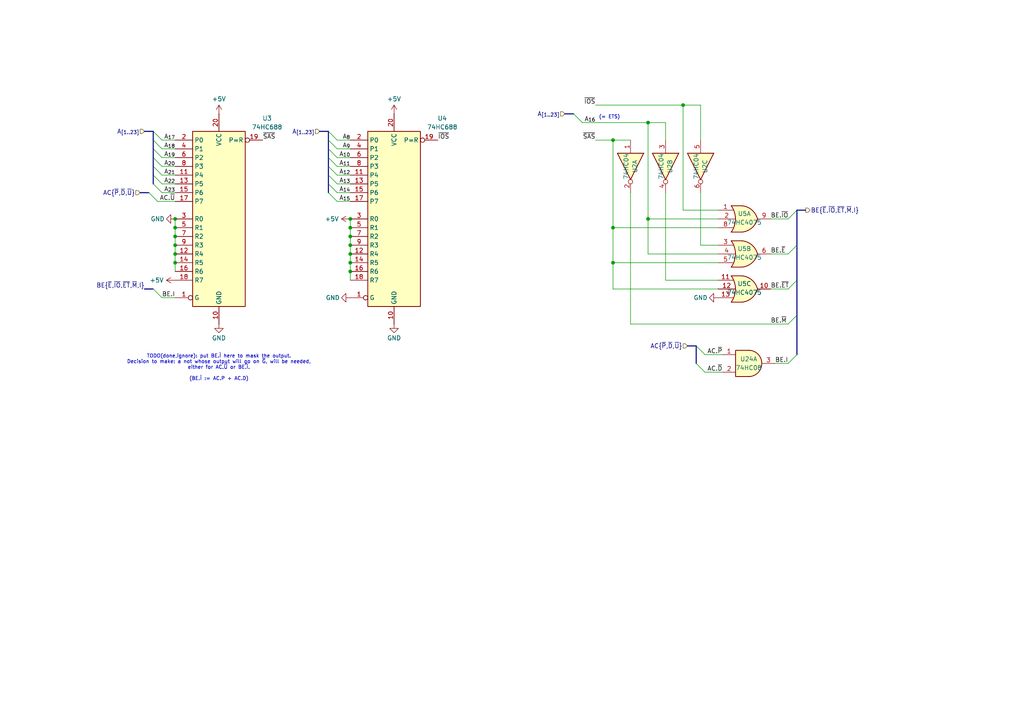
<source format=kicad_sch>
(kicad_sch (version 20250114) (generator "eeschema") (generator_version "9.0")
  (paper "A4")
  (lib_symbols
    (symbol "4xxx:4075" (pin_names (offset 1.016))
      (property "Reference" "U" (at 0 1.27 0))
      (property "Value" "4075" (at 0 -1.27 0))
      (symbol "4075_1_1"
        (arc (start -3.81 3.81) (mid -2.589 0) (end -3.81 -3.81) (stroke (width 0.254)))
        (polyline (pts (xy -3.81 3.81) (xy -0.635 3.81)) (stroke (width 0.254)) (fill (type background)))
        (polyline (pts (xy -3.81 -3.81) (xy -0.635 -3.81)) (stroke (width 0.254)) (fill (type background)))
        (arc (start 3.81 0) (mid 2.1855 -2.584) (end -0.6096 -3.81) (stroke (width 0.254)) (fill (type background)))
        (arc (start -0.6096 3.81) (mid 2.1928 2.5924) (end 3.81 0) (stroke (width 0.254)) (fill (type background)))
        (polyline (pts (xy -0.635 3.81) (xy -3.81 3.81) (xy -3.81 3.81) (xy -3.556 3.4036) (xy -3.0226 2.2606) (xy -2.6924 1.0414) (xy -2.6162 -0.254) (xy -2.7686 -1.4986) (xy -3.175 -2.7178) (xy -3.81 -3.81) (xy -3.81 -3.81) (xy -0.635 -3.81)) (stroke (width -25.4)) (fill (type background)))
        (pin input line (at -7.62 2.54 0) (length 4.318) (name "~") (number "1"))
        (pin input line (at -7.62 0 0) (length 4.953) (name "~") (number "2"))
        (pin input line (at -7.62 -2.54 0) (length 4.318) (name "~") (number "8"))
        (pin output line (at 7.62 0 180) (length 3.81) (name "~") (number "9"))
      )
      (symbol "4075_1_2"
        (arc (start 0 3.81) (mid 3.7934 0) (end 0 -3.81) (stroke (width 0.254)) (fill (type background)))
        (polyline (pts (xy 0 3.81) (xy -3.81 3.81) (xy -3.81 -3.81) (xy 0 -3.81)) (stroke (width 0.254)) (fill (type background)))
        (pin input inverted (at -7.62 2.54 0) (length 3.81) (name "~") (number "1"))
        (pin input inverted (at -7.62 0 0) (length 3.81) (name "~") (number "2"))
        (pin input inverted (at -7.62 -2.54 0) (length 3.81) (name "~") (number "8"))
        (pin output inverted (at 7.62 0 180) (length 3.81) (name "~") (number "9"))
      )
      (symbol "4075_2_1"
        (arc (start -3.81 3.81) (mid -2.589 0) (end -3.81 -3.81) (stroke (width 0.254)))
        (polyline (pts (xy -3.81 3.81) (xy -0.635 3.81)) (stroke (width 0.254)) (fill (type background)))
        (polyline (pts (xy -3.81 -3.81) (xy -0.635 -3.81)) (stroke (width 0.254)) (fill (type background)))
        (arc (start 3.81 0) (mid 2.1855 -2.584) (end -0.6096 -3.81) (stroke (width 0.254)) (fill (type background)))
        (arc (start -0.6096 3.81) (mid 2.1928 2.5924) (end 3.81 0) (stroke (width 0.254)) (fill (type background)))
        (polyline (pts (xy -0.635 3.81) (xy -3.81 3.81) (xy -3.81 3.81) (xy -3.556 3.4036) (xy -3.0226 2.2606) (xy -2.6924 1.0414) (xy -2.6162 -0.254) (xy -2.7686 -1.4986) (xy -3.175 -2.7178) (xy -3.81 -3.81) (xy -3.81 -3.81) (xy -0.635 -3.81)) (stroke (width -25.4)) (fill (type background)))
        (pin input line (at -7.62 2.54 0) (length 4.318) (name "~") (number "3"))
        (pin input line (at -7.62 0 0) (length 4.953) (name "~") (number "4"))
        (pin input line (at -7.62 -2.54 0) (length 4.318) (name "~") (number "5"))
        (pin output line (at 7.62 0 180) (length 3.81) (name "~") (number "6"))
      )
      (symbol "4075_2_2"
        (arc (start 0 3.81) (mid 3.7934 0) (end 0 -3.81) (stroke (width 0.254)) (fill (type background)))
        (polyline (pts (xy 0 3.81) (xy -3.81 3.81) (xy -3.81 -3.81) (xy 0 -3.81)) (stroke (width 0.254)) (fill (type background)))
        (pin input inverted (at -7.62 2.54 0) (length 3.81) (name "~") (number "3"))
        (pin input inverted (at -7.62 0 0) (length 3.81) (name "~") (number "4"))
        (pin input inverted (at -7.62 -2.54 0) (length 3.81) (name "~") (number "5"))
        (pin output inverted (at 7.62 0 180) (length 3.81) (name "~") (number "6"))
      )
      (symbol "4075_3_1"
        (arc (start -3.81 3.81) (mid -2.589 0) (end -3.81 -3.81) (stroke (width 0.254)))
        (polyline (pts (xy -3.81 3.81) (xy -0.635 3.81)) (stroke (width 0.254)) (fill (type background)))
        (polyline (pts (xy -3.81 -3.81) (xy -0.635 -3.81)) (stroke (width 0.254)) (fill (type background)))
        (arc (start 3.81 0) (mid 2.1855 -2.584) (end -0.6096 -3.81) (stroke (width 0.254)) (fill (type background)))
        (arc (start -0.6096 3.81) (mid 2.1928 2.5924) (end 3.81 0) (stroke (width 0.254)) (fill (type background)))
        (polyline (pts (xy -0.635 3.81) (xy -3.81 3.81) (xy -3.81 3.81) (xy -3.556 3.4036) (xy -3.0226 2.2606) (xy -2.6924 1.0414) (xy -2.6162 -0.254) (xy -2.7686 -1.4986) (xy -3.175 -2.7178) (xy -3.81 -3.81) (xy -3.81 -3.81) (xy -0.635 -3.81)) (stroke (width -25.4)) (fill (type background)))
        (pin input line (at -7.62 2.54 0) (length 4.318) (name "~") (number "11"))
        (pin input line (at -7.62 0 0) (length 4.953) (name "~") (number "12"))
        (pin input line (at -7.62 -2.54 0) (length 4.318) (name "~") (number "13"))
        (pin output line (at 7.62 0 180) (length 3.81) (name "~") (number "10"))
      )
      (symbol "4075_3_2"
        (arc (start 0 3.81) (mid 3.7934 0) (end 0 -3.81) (stroke (width 0.254)) (fill (type background)))
        (polyline (pts (xy 0 3.81) (xy -3.81 3.81) (xy -3.81 -3.81) (xy 0 -3.81)) (stroke (width 0.254)) (fill (type background)))
        (pin input inverted (at -7.62 2.54 0) (length 3.81) (name "~") (number "11"))
        (pin input inverted (at -7.62 0 0) (length 3.81) (name "~") (number "12"))
        (pin input inverted (at -7.62 -2.54 0) (length 3.81) (name "~") (number "13"))
        (pin output inverted (at 7.62 0 180) (length 3.81) (name "~") (number "10"))
      )
      (symbol "4075_4_0"
        (pin power_in line (at 0 12.7 270) (length 5.08) (name "VDD") (number "14"))
        (pin power_in line (at 0 -12.7 90) (length 5.08) (name "VSS") (number "7"))
      )
      (symbol "4075_4_1"
        (rectangle (start -5.08 7.62) (end 5.08 -7.62) (stroke (width 0.254)) (fill (type background)))
      )
    )
    (symbol "74xx:74HC688"
      (property "Reference" "U" (at -7.62 26.67 0))
      (property "Value" "74HC688" (at -7.62 -26.67 0))
      (symbol "74HC688_1_0"
        (pin input line (at -12.7 22.86 0) (length 5.08) (name "P0") (number "2"))
        (pin input line (at -12.7 20.32 0) (length 5.08) (name "P1") (number "4"))
        (pin input line (at -12.7 17.78 0) (length 5.08) (name "P2") (number "6"))
        (pin input line (at -12.7 15.24 0) (length 5.08) (name "P3") (number "8"))
        (pin input line (at -12.7 12.7 0) (length 5.08) (name "P4") (number "11"))
        (pin input line (at -12.7 10.16 0) (length 5.08) (name "P5") (number "13"))
        (pin input line (at -12.7 7.62 0) (length 5.08) (name "P6") (number "15"))
        (pin input line (at -12.7 5.08 0) (length 5.08) (name "P7") (number "17"))
        (pin input line (at -12.7 0 0) (length 5.08) (name "R0") (number "3"))
        (pin input line (at -12.7 -2.54 0) (length 5.08) (name "R1") (number "5"))
        (pin input line (at -12.7 -5.08 0) (length 5.08) (name "R2") (number "7"))
        (pin input line (at -12.7 -7.62 0) (length 5.08) (name "R3") (number "9"))
        (pin input line (at -12.7 -10.16 0) (length 5.08) (name "R4") (number "12"))
        (pin input line (at -12.7 -12.7 0) (length 5.08) (name "R5") (number "14"))
        (pin input line (at -12.7 -15.24 0) (length 5.08) (name "R6") (number "16"))
        (pin input line (at -12.7 -17.78 0) (length 5.08) (name "R7") (number "18"))
        (pin input inverted (at -12.7 -22.86 0) (length 5.08) (name "G") (number "1"))
        (pin power_in line (at 0 30.48 270) (length 5.08) (name "VCC") (number "20"))
        (pin power_in line (at 0 -30.48 90) (length 5.08) (name "GND") (number "10"))
        (pin output inverted (at 12.7 22.86 180) (length 5.08) (name "P=R") (number "19"))
      )
      (symbol "74HC688_1_1"
        (rectangle (start -7.62 25.4) (end 7.62 -25.4) (stroke (width 0.254)) (fill (type background)))
      )
    )
    (symbol "74xx:74LS04"
      (property "Reference" "U" (at 0 1.27 0))
      (property "Value" "74LS04" (at 0 -1.27 0))
      (symbol "74LS04_1_0"
        (polyline (pts (xy -3.81 3.81) (xy -3.81 -3.81) (xy 3.81 0) (xy -3.81 3.81)) (stroke (width 0.254)) (fill (type background)))
        (pin input line (at -7.62 0 0) (length 3.81) (name "~") (number "1"))
        (pin output inverted (at 7.62 0 180) (length 3.81) (name "~") (number "2"))
      )
      (symbol "74LS04_2_0"
        (polyline (pts (xy -3.81 3.81) (xy -3.81 -3.81) (xy 3.81 0) (xy -3.81 3.81)) (stroke (width 0.254)) (fill (type background)))
        (pin input line (at -7.62 0 0) (length 3.81) (name "~") (number "3"))
        (pin output inverted (at 7.62 0 180) (length 3.81) (name "~") (number "4"))
      )
      (symbol "74LS04_3_0"
        (polyline (pts (xy -3.81 3.81) (xy -3.81 -3.81) (xy 3.81 0) (xy -3.81 3.81)) (stroke (width 0.254)) (fill (type background)))
        (pin input line (at -7.62 0 0) (length 3.81) (name "~") (number "5"))
        (pin output inverted (at 7.62 0 180) (length 3.81) (name "~") (number "6"))
      )
      (symbol "74LS04_4_0"
        (polyline (pts (xy -3.81 3.81) (xy -3.81 -3.81) (xy 3.81 0) (xy -3.81 3.81)) (stroke (width 0.254)) (fill (type background)))
        (pin input line (at -7.62 0 0) (length 3.81) (name "~") (number "9"))
        (pin output inverted (at 7.62 0 180) (length 3.81) (name "~") (number "8"))
      )
      (symbol "74LS04_5_0"
        (polyline (pts (xy -3.81 3.81) (xy -3.81 -3.81) (xy 3.81 0) (xy -3.81 3.81)) (stroke (width 0.254)) (fill (type background)))
        (pin input line (at -7.62 0 0) (length 3.81) (name "~") (number "11"))
        (pin output inverted (at 7.62 0 180) (length 3.81) (name "~") (number "10"))
      )
      (symbol "74LS04_6_0"
        (polyline (pts (xy -3.81 3.81) (xy -3.81 -3.81) (xy 3.81 0) (xy -3.81 3.81)) (stroke (width 0.254)) (fill (type background)))
        (pin input line (at -7.62 0 0) (length 3.81) (name "~") (number "13"))
        (pin output inverted (at 7.62 0 180) (length 3.81) (name "~") (number "12"))
      )
      (symbol "74LS04_7_0"
        (pin power_in line (at 0 12.7 270) (length 5.08) (name "VCC") (number "14"))
        (pin power_in line (at 0 -12.7 90) (length 5.08) (name "GND") (number "7"))
      )
      (symbol "74LS04_7_1"
        (rectangle (start -5.08 7.62) (end 5.08 -7.62) (stroke (width 0.254)) (fill (type background)))
      )
    )
    (symbol "74xx:74LS08" (pin_names (offset 1.016))
      (property "Reference" "U" (at 0 1.27 0))
      (property "Value" "74LS08" (at 0 -1.27 0))
      (symbol "74LS08_1_1"
        (arc (start 0 3.81) (mid 3.7934 0) (end 0 -3.81) (stroke (width 0.254)) (fill (type background)))
        (polyline (pts (xy 0 3.81) (xy -3.81 3.81) (xy -3.81 -3.81) (xy 0 -3.81)) (stroke (width 0.254)) (fill (type background)))
        (pin input line (at -7.62 2.54 0) (length 3.81) (name "~") (number "1"))
        (pin input line (at -7.62 -2.54 0) (length 3.81) (name "~") (number "2"))
        (pin output line (at 7.62 0 180) (length 3.81) (name "~") (number "3"))
      )
      (symbol "74LS08_1_2"
        (arc (start -3.81 3.81) (mid -2.589 0) (end -3.81 -3.81) (stroke (width 0.254)))
        (polyline (pts (xy -3.81 3.81) (xy -0.635 3.81)) (stroke (width 0.254)) (fill (type background)))
        (polyline (pts (xy -3.81 -3.81) (xy -0.635 -3.81)) (stroke (width 0.254)) (fill (type background)))
        (arc (start 3.81 0) (mid 2.1855 -2.584) (end -0.6096 -3.81) (stroke (width 0.254)) (fill (type background)))
        (arc (start -0.6096 3.81) (mid 2.1928 2.5924) (end 3.81 0) (stroke (width 0.254)) (fill (type background)))
        (polyline (pts (xy -0.635 3.81) (xy -3.81 3.81) (xy -3.81 3.81) (xy -3.556 3.4036) (xy -3.0226 2.2606) (xy -2.6924 1.0414) (xy -2.6162 -0.254) (xy -2.7686 -1.4986) (xy -3.175 -2.7178) (xy -3.81 -3.81) (xy -3.81 -3.81) (xy -0.635 -3.81)) (stroke (width -25.4)) (fill (type background)))
        (pin input inverted (at -7.62 2.54 0) (length 4.318) (name "~") (number "1"))
        (pin input inverted (at -7.62 -2.54 0) (length 4.318) (name "~") (number "2"))
        (pin output inverted (at 7.62 0 180) (length 3.81) (name "~") (number "3"))
      )
      (symbol "74LS08_2_1"
        (arc (start 0 3.81) (mid 3.7934 0) (end 0 -3.81) (stroke (width 0.254)) (fill (type background)))
        (polyline (pts (xy 0 3.81) (xy -3.81 3.81) (xy -3.81 -3.81) (xy 0 -3.81)) (stroke (width 0.254)) (fill (type background)))
        (pin input line (at -7.62 2.54 0) (length 3.81) (name "~") (number "4"))
        (pin input line (at -7.62 -2.54 0) (length 3.81) (name "~") (number "5"))
        (pin output line (at 7.62 0 180) (length 3.81) (name "~") (number "6"))
      )
      (symbol "74LS08_2_2"
        (arc (start -3.81 3.81) (mid -2.589 0) (end -3.81 -3.81) (stroke (width 0.254)))
        (polyline (pts (xy -3.81 3.81) (xy -0.635 3.81)) (stroke (width 0.254)) (fill (type background)))
        (polyline (pts (xy -3.81 -3.81) (xy -0.635 -3.81)) (stroke (width 0.254)) (fill (type background)))
        (arc (start 3.81 0) (mid 2.1855 -2.584) (end -0.6096 -3.81) (stroke (width 0.254)) (fill (type background)))
        (arc (start -0.6096 3.81) (mid 2.1928 2.5924) (end 3.81 0) (stroke (width 0.254)) (fill (type background)))
        (polyline (pts (xy -0.635 3.81) (xy -3.81 3.81) (xy -3.81 3.81) (xy -3.556 3.4036) (xy -3.0226 2.2606) (xy -2.6924 1.0414) (xy -2.6162 -0.254) (xy -2.7686 -1.4986) (xy -3.175 -2.7178) (xy -3.81 -3.81) (xy -3.81 -3.81) (xy -0.635 -3.81)) (stroke (width -25.4)) (fill (type background)))
        (pin input inverted (at -7.62 2.54 0) (length 4.318) (name "~") (number "4"))
        (pin input inverted (at -7.62 -2.54 0) (length 4.318) (name "~") (number "5"))
        (pin output inverted (at 7.62 0 180) (length 3.81) (name "~") (number "6"))
      )
      (symbol "74LS08_3_1"
        (arc (start 0 3.81) (mid 3.7934 0) (end 0 -3.81) (stroke (width 0.254)) (fill (type background)))
        (polyline (pts (xy 0 3.81) (xy -3.81 3.81) (xy -3.81 -3.81) (xy 0 -3.81)) (stroke (width 0.254)) (fill (type background)))
        (pin input line (at -7.62 2.54 0) (length 3.81) (name "~") (number "9"))
        (pin input line (at -7.62 -2.54 0) (length 3.81) (name "~") (number "10"))
        (pin output line (at 7.62 0 180) (length 3.81) (name "~") (number "8"))
      )
      (symbol "74LS08_3_2"
        (arc (start -3.81 3.81) (mid -2.589 0) (end -3.81 -3.81) (stroke (width 0.254)))
        (polyline (pts (xy -3.81 3.81) (xy -0.635 3.81)) (stroke (width 0.254)) (fill (type background)))
        (polyline (pts (xy -3.81 -3.81) (xy -0.635 -3.81)) (stroke (width 0.254)) (fill (type background)))
        (arc (start 3.81 0) (mid 2.1855 -2.584) (end -0.6096 -3.81) (stroke (width 0.254)) (fill (type background)))
        (arc (start -0.6096 3.81) (mid 2.1928 2.5924) (end 3.81 0) (stroke (width 0.254)) (fill (type background)))
        (polyline (pts (xy -0.635 3.81) (xy -3.81 3.81) (xy -3.81 3.81) (xy -3.556 3.4036) (xy -3.0226 2.2606) (xy -2.6924 1.0414) (xy -2.6162 -0.254) (xy -2.7686 -1.4986) (xy -3.175 -2.7178) (xy -3.81 -3.81) (xy -3.81 -3.81) (xy -0.635 -3.81)) (stroke (width -25.4)) (fill (type background)))
        (pin input inverted (at -7.62 2.54 0) (length 4.318) (name "~") (number "9"))
        (pin input inverted (at -7.62 -2.54 0) (length 4.318) (name "~") (number "10"))
        (pin output inverted (at 7.62 0 180) (length 3.81) (name "~") (number "8"))
      )
      (symbol "74LS08_4_1"
        (arc (start 0 3.81) (mid 3.7934 0) (end 0 -3.81) (stroke (width 0.254)) (fill (type background)))
        (polyline (pts (xy 0 3.81) (xy -3.81 3.81) (xy -3.81 -3.81) (xy 0 -3.81)) (stroke (width 0.254)) (fill (type background)))
        (pin input line (at -7.62 2.54 0) (length 3.81) (name "~") (number "12"))
        (pin input line (at -7.62 -2.54 0) (length 3.81) (name "~") (number "13"))
        (pin output line (at 7.62 0 180) (length 3.81) (name "~") (number "11"))
      )
      (symbol "74LS08_4_2"
        (arc (start -3.81 3.81) (mid -2.589 0) (end -3.81 -3.81) (stroke (width 0.254)))
        (polyline (pts (xy -3.81 3.81) (xy -0.635 3.81)) (stroke (width 0.254)) (fill (type background)))
        (polyline (pts (xy -3.81 -3.81) (xy -0.635 -3.81)) (stroke (width 0.254)) (fill (type background)))
        (arc (start 3.81 0) (mid 2.1855 -2.584) (end -0.6096 -3.81) (stroke (width 0.254)) (fill (type background)))
        (arc (start -0.6096 3.81) (mid 2.1928 2.5924) (end 3.81 0) (stroke (width 0.254)) (fill (type background)))
        (polyline (pts (xy -0.635 3.81) (xy -3.81 3.81) (xy -3.81 3.81) (xy -3.556 3.4036) (xy -3.0226 2.2606) (xy -2.6924 1.0414) (xy -2.6162 -0.254) (xy -2.7686 -1.4986) (xy -3.175 -2.7178) (xy -3.81 -3.81) (xy -3.81 -3.81) (xy -0.635 -3.81)) (stroke (width -25.4)) (fill (type background)))
        (pin input inverted (at -7.62 2.54 0) (length 4.318) (name "~") (number "12"))
        (pin input inverted (at -7.62 -2.54 0) (length 4.318) (name "~") (number "13"))
        (pin output inverted (at 7.62 0 180) (length 3.81) (name "~") (number "11"))
      )
      (symbol "74LS08_5_0"
        (pin power_in line (at 0 12.7 270) (length 5.08) (name "VCC") (number "14"))
        (pin power_in line (at 0 -12.7 90) (length 5.08) (name "GND") (number "7"))
      )
      (symbol "74LS08_5_1"
        (rectangle (start -5.08 7.62) (end 5.08 -7.62) (stroke (width 0.254)) (fill (type background)))
      )
    )
    (symbol "power:+9V" (power) (pin_numbers (hide yes)) (pin_names (offset 0) (hide yes))
      (property "Value" "+9V" (at 0 3.556 0))
      (symbol "+9V_0_1"
        (polyline (pts (xy -0.762 1.27) (xy 0 2.54)))
        (polyline (pts (xy 0 2.54) (xy 0.762 1.27)))
        (polyline (pts (xy 0 0) (xy 0 2.54)))
      )
      (symbol "+9V_1_1"
        (pin power_in line (at 0 0 90) (length 0) (name "~") (number "1"))
      )
    )
    (symbol "power:GND" (power) (pin_numbers (hide yes)) (pin_names (offset 0) (hide yes))
      (property "Value" "GND" (at 0 -3.81 0))
      (symbol "GND_0_1"
        (polyline (pts (xy 0 0) (xy 0 -1.27) (xy 1.27 -1.27) (xy 0 -2.54) (xy -1.27 -1.27) (xy 0 -1.27)))
      )
      (symbol "GND_1_1"
        (pin power_in line (at 0 0 270) (length 0) (name "~") (number "1"))
      )
    )
  )
  (text "(= ETS)" (at 176.784 34.036 0) (effects (font (size 1.016 1.016))))
  (text "TODO(done,ignore): put BE.~{I} here to mask the output.\nDecision to make: a not whose output will go on ~{G}, will be needed,\neither for AC.~{U} or BE.~{I}.\n\n(BE.~{I} := AC.P + AC.D)" (at 63.5 106.68 0) (effects (font (size 1.016 1.016))))
  (junction (at 177.8 76.2))
  (junction (at 187.96 63.5))
  (junction (at 50.8 71.12))
  (junction (at 50.8 66.04))
  (junction (at 50.8 63.5))
  (junction (at 50.8 73.66))
  (junction (at 101.6 63.5))
  (junction (at 101.6 66.04))
  (junction (at 101.6 68.58))
  (junction (at 101.6 76.2))
  (junction (at 101.6 71.12))
  (junction (at 177.8 40.64))
  (junction (at 177.8 66.04))
  (junction (at 198.12 30.48))
  (junction (at 101.6 78.74))
  (junction (at 101.6 73.66))
  (junction (at 187.96 35.56))
  (junction (at 50.8 68.58))
  (junction (at 50.8 76.2))
  (no_connect (at 337.82 25.4))
  (bus_entry (at 228.6 73.66) (size 2.54 -2.54))
  (bus_entry (at 46.99 45.72) (size -2.54 -2.54))
  (bus_entry (at 46.99 43.18) (size -2.54 -2.54))
  (bus_entry (at 97.79 48.26) (size -2.54 -2.54))
  (bus_entry (at 228.6 83.82) (size 2.54 -2.54))
  (bus_entry (at 97.79 58.42) (size -2.54 -2.54))
  (bus_entry (at 201.93 105.41) (size 2.54 2.54))
  (bus_entry (at 97.79 45.72) (size -2.54 -2.54))
  (bus_entry (at 46.99 40.64) (size -2.54 -2.54))
  (bus_entry (at 46.99 55.88) (size -2.54 -2.54))
  (bus_entry (at 46.99 50.8) (size -2.54 -2.54))
  (bus_entry (at 168.91 35.56) (size -2.54 -2.54))
  (bus_entry (at 97.79 53.34) (size -2.54 -2.54))
  (bus_entry (at 46.99 48.26) (size -2.54 -2.54))
  (bus_entry (at 46.99 53.34) (size -2.54 -2.54))
  (bus_entry (at 46.99 86.36) (size -2.54 -2.54))
  (bus_entry (at 97.79 50.8) (size -2.54 -2.54))
  (bus_entry (at 201.93 100.33) (size 2.54 2.54))
  (bus_entry (at 228.6 105.41) (size 2.54 -2.54))
  (bus_entry (at 97.79 55.88) (size -2.54 -2.54))
  (bus_entry (at 228.6 63.5) (size 2.54 -2.54))
  (bus_entry (at 228.6 93.98) (size 2.54 -2.54))
  (bus_entry (at 97.79 43.18) (size -2.54 -2.54))
  (bus_entry (at 43.18 55.88) (size 2.54 2.54))
  (bus_entry (at 97.79 40.64) (size -2.54 -2.54))
  (wire (pts (xy 50.8 73.66) (xy 50.8 76.2)))
  (wire (pts (xy 101.6 73.66) (xy 101.6 76.2)))
  (wire (pts (xy 224.79 105.41) (xy 228.6 105.41)))
  (bus (pts (xy 40.64 55.88) (xy 43.18 55.88)))
  (wire (pts (xy 172.72 40.64) (xy 177.8 40.64)))
  (bus (pts (xy 44.45 43.18) (xy 44.45 40.64)))
  (wire (pts (xy 193.04 81.28) (xy 208.28 81.28)))
  (wire (pts (xy 101.6 68.58) (xy 101.6 71.12)))
  (wire (pts (xy 50.8 53.34) (xy 46.99 53.34)))
  (wire (pts (xy 50.8 50.8) (xy 46.99 50.8)))
  (wire (pts (xy 101.6 76.2) (xy 101.6 78.74)))
  (wire (pts (xy 203.2 71.12) (xy 208.28 71.12)))
  (bus (pts (xy 44.45 45.72) (xy 44.45 48.26)))
  (bus (pts (xy 44.45 48.26) (xy 44.45 50.8)))
  (wire (pts (xy 177.8 66.04) (xy 208.28 66.04)))
  (wire (pts (xy 187.96 73.66) (xy 208.28 73.66)))
  (wire (pts (xy 182.88 93.98) (xy 228.6 93.98)))
  (wire (pts (xy 50.8 55.88) (xy 46.99 55.88)))
  (wire (pts (xy 50.8 71.12) (xy 50.8 73.66)))
  (bus (pts (xy 231.14 60.96) (xy 231.14 71.12)))
  (wire (pts (xy 223.52 63.5) (xy 228.6 63.5)))
  (wire (pts (xy 101.6 58.42) (xy 97.79 58.42)))
  (wire (pts (xy 177.8 76.2) (xy 208.28 76.2)))
  (bus (pts (xy 231.14 81.28) (xy 231.14 91.44)))
  (wire (pts (xy 182.88 55.88) (xy 182.88 93.98)))
  (wire (pts (xy 177.8 40.64) (xy 177.8 66.04)))
  (wire (pts (xy 204.47 102.87) (xy 209.55 102.87)))
  (wire (pts (xy 50.8 45.72) (xy 46.99 45.72)))
  (bus (pts (xy 95.25 45.72) (xy 95.25 43.18)))
  (wire (pts (xy 50.8 68.58) (xy 50.8 71.12)))
  (wire (pts (xy 101.6 63.5) (xy 101.6 66.04)))
  (wire (pts (xy 198.12 60.96) (xy 208.28 60.96)))
  (wire (pts (xy 101.6 48.26) (xy 97.79 48.26)))
  (wire (pts (xy 101.6 40.64) (xy 97.79 40.64)))
  (bus (pts (xy 44.45 50.8) (xy 44.45 53.34)))
  (bus (pts (xy 95.25 53.34) (xy 95.25 50.8)))
  (bus (pts (xy 95.25 43.18) (xy 95.25 40.64)))
  (wire (pts (xy 223.52 73.66) (xy 228.6 73.66)))
  (bus (pts (xy 95.25 48.26) (xy 95.25 45.72)))
  (wire (pts (xy 50.8 48.26) (xy 46.99 48.26)))
  (bus (pts (xy 41.91 38.1) (xy 44.45 38.1)))
  (wire (pts (xy 101.6 78.74) (xy 101.6 81.28)))
  (wire (pts (xy 223.52 83.82) (xy 228.6 83.82)))
  (wire (pts (xy 168.91 35.56) (xy 187.96 35.56)))
  (wire (pts (xy 101.6 50.8) (xy 97.79 50.8)))
  (wire (pts (xy 50.8 40.64) (xy 46.99 40.64)))
  (wire (pts (xy 101.6 43.18) (xy 97.79 43.18)))
  (bus (pts (xy 231.14 91.44) (xy 231.14 102.87)))
  (wire (pts (xy 50.8 43.18) (xy 46.99 43.18)))
  (wire (pts (xy 177.8 40.64) (xy 182.88 40.64)))
  (wire (pts (xy 193.04 35.56) (xy 193.04 40.64)))
  (wire (pts (xy 177.8 76.2) (xy 177.8 83.82)))
  (wire (pts (xy 101.6 55.88) (xy 97.79 55.88)))
  (bus (pts (xy 199.39 100.33) (xy 201.93 100.33)))
  (bus (pts (xy 201.93 100.33) (xy 201.93 105.41)))
  (wire (pts (xy 203.2 30.48) (xy 203.2 40.64)))
  (wire (pts (xy 101.6 53.34) (xy 97.79 53.34)))
  (bus (pts (xy 95.25 50.8) (xy 95.25 48.26)))
  (bus (pts (xy 95.25 55.88) (xy 95.25 53.34)))
  (wire (pts (xy 187.96 63.5) (xy 208.28 63.5)))
  (bus (pts (xy 44.45 40.64) (xy 44.45 38.1)))
  (bus (pts (xy 92.71 38.1) (xy 95.25 38.1)))
  (wire (pts (xy 198.12 30.48) (xy 198.12 60.96)))
  (wire (pts (xy 204.47 107.95) (xy 209.55 107.95)))
  (wire (pts (xy 187.96 35.56) (xy 187.96 63.5)))
  (wire (pts (xy 50.8 63.5) (xy 50.8 66.04)))
  (wire (pts (xy 50.8 76.2) (xy 50.8 78.74)))
  (wire (pts (xy 203.2 55.88) (xy 203.2 71.12)))
  (wire (pts (xy 101.6 71.12) (xy 101.6 73.66)))
  (bus (pts (xy 231.14 71.12) (xy 231.14 81.28)))
  (wire (pts (xy 101.6 66.04) (xy 101.6 68.58)))
  (wire (pts (xy 172.72 30.48) (xy 198.12 30.48)))
  (wire (pts (xy 45.72 58.42) (xy 50.8 58.42)))
  (bus (pts (xy 163.83 33.02) (xy 166.37 33.02)))
  (bus (pts (xy 233.68 60.96) (xy 231.14 60.96)))
  (wire (pts (xy 50.8 86.36) (xy 46.99 86.36)))
  (wire (pts (xy 177.8 66.04) (xy 177.8 76.2)))
  (wire (pts (xy 193.04 55.88) (xy 193.04 81.28)))
  (wire (pts (xy 177.8 83.82) (xy 208.28 83.82)))
  (bus (pts (xy 95.25 40.64) (xy 95.25 38.1)))
  (wire (pts (xy 187.96 63.5) (xy 187.96 73.66)))
  (bus (pts (xy 41.91 83.82) (xy 44.45 83.82)))
  (wire (pts (xy 198.12 30.48) (xy 203.2 30.48)))
  (bus (pts (xy 44.45 43.18) (xy 44.45 45.72)))
  (wire (pts (xy 187.96 35.56) (xy 193.04 35.56)))
  (wire (pts (xy 50.8 66.04) (xy 50.8 68.58)))
  (wire (pts (xy 101.6 45.72) (xy 97.79 45.72)))
  (label "BE.~{E}" (at 223.52 73.66 0))
  (label "BE.~{ET}" (at 223.52 83.82 0))
  (label "BE{~{E},~{IO},~{ET},~{M},I}" (at 41.91 83.82 180))
  (label "A_{14}" (at 101.6 55.88 180))
  (label "A_{17}" (at 50.8 40.64 180))
  (label "AC.~{U}" (at 50.8 58.42 180))
  (label "A_{20}" (at 50.8 48.26 180))
  (label "BE.~{M}" (at 223.52 93.98 0))
  (label "A_{15}" (at 101.6 58.42 180))
  (label "A_{16}" (at 172.72 35.56 180))
  (label "A_{8}" (at 101.6 40.64 180))
  (label "BE.~{IO}" (at 223.52 63.5 0))
  (label "A_{10}" (at 101.6 45.72 180))
  (label "A_{23}" (at 50.8 55.88 180))
  (label "A_{19}" (at 50.8 45.72 180))
  (label "~{SAS}" (at 76.2 40.64 0))
  (label "BE.I" (at 50.8 86.36 180))
  (label "~{IOS}" (at 172.72 30.48 180))
  (label "~{SAS}" (at 172.72 40.64 180))
  (label "BE.I" (at 224.79 105.41 0))
  (label "A_{11}" (at 101.6 48.26 180))
  (label "A_{22}" (at 50.8 53.34 180))
  (label "A_{9}" (at 101.6 43.18 180))
  (label "AC.~{D}" (at 209.55 107.95 180))
  (label "A_{13}" (at 101.6 53.34 180))
  (label "A_{21}" (at 50.8 50.8 180))
  (label "A_{18}" (at 50.8 43.18 180))
  (label "A_{12}" (at 101.6 50.8 180))
  (label "~{IOS}" (at 127 40.64 0))
  (label "AC.~{P}" (at 209.55 102.87 180))
  (hierarchical_label "BE{~{E},~{IO},~{ET},~{M},I}" (shape output) (at 233.68 60.96 0))
  (hierarchical_label "A_{[1..23]}" (shape input) (at 163.83 33.02 180))
  (hierarchical_label "AC{~{P},~{D},~{U}}" (shape input) (at 40.64 55.88 180))
  (hierarchical_label "A_{[1..23]}" (shape input) (at 92.71 38.1 180))
  (hierarchical_label "AC{~{P},~{D},~{U}}" (shape input) (at 199.39 100.33 180))
  (hierarchical_label "A_{[1..23]}" (shape input) (at 41.91 38.1 180))
  (symbol (lib_id "power:GND") (at 342.9 0 90) (mirror x) (unit 1)
    (property "Reference" "#PWR066" (effects (hide yes)))
    (property "Value" "GND" (at 345.948 0 90) (effects (justify right)))
    (property "Description" "Power symbol creates a global label with name \"GND\" , ground" (effects (hide yes)))
  )
  (symbol (lib_id "74xx:74LS04") (at 193.04 48.26 270) (unit 2)
    (property "Reference" "U2" (at 194.31 48.26 0))
    (property "Value" "74HC04" (at 191.77 48.26 0))
    (property "Footprint" "Package_DIP:DIP-14_W7.62mm_Socket" (effects (hide yes)))
    (property "Datasheet" "http://www.ti.com/lit/gpn/sn74LS04" (effects (hide yes)))
    (property "Description" "Hex Inverter" (effects (hide yes)))
  )
  (symbol (lib_id "74xx:74LS04") (at 203.2 48.26 270) (unit 3)
    (property "Reference" "U2" (at 204.47 48.26 0))
    (property "Value" "74HC04" (at 201.93 48.26 0))
    (property "Footprint" "Package_DIP:DIP-14_W7.62mm_Socket" (effects (hide yes)))
    (property "Datasheet" "http://www.ti.com/lit/gpn/sn74LS04" (effects (hide yes)))
    (property "Description" "Hex Inverter" (effects (hide yes)))
  )
  (symbol (lib_id "power:GND") (at 208.28 86.36 270) (unit 1)
    (property "Reference" "#PWR022" (effects (hide yes)))
    (property "Value" "GND" (at 205.232 86.36 90) (effects (justify right)))
    (property "Description" "Power symbol creates a global label with name \"GND\" , ground" (effects (hide yes)))
  )
  (symbol (lib_id "power:+9V") (at 317.5 0 90) (mirror x) (unit 1)
    (property "Reference" "#PWR064" (effects (hide yes)))
    (property "Value" "+5V" (at 314.198 0 90) (effects (justify left)))
    (property "Description" "Power symbol creates a global label with name \"+9V\"" (effects (hide yes)))
  )
  (symbol (lib_id "power:GND") (at 50.8 63.5 270) (unit 1)
    (property "Reference" "#PWR018" (effects (hide yes)))
    (property "Value" "GND" (at 47.752 63.5 90) (effects (justify right)))
    (property "Description" "Power symbol creates a global label with name \"GND\" , ground" (effects (hide yes)))
  )
  (symbol (lib_id "power:GND") (at 342.9 10.16 90) (mirror x) (unit 1)
    (property "Reference" "#PWR072" (effects (hide yes)))
    (property "Value" "GND" (at 345.948 10.16 90) (effects (justify right)))
    (property "Description" "Power symbol creates a global label with name \"GND\" , ground" (effects (hide yes)))
  )
  (symbol (lib_id "power:+9V") (at 63.5 33.02 0) (unit 1)
    (property "Reference" "#PWR013" (effects (hide yes)))
    (property "Value" "+5V" (at 63.5 28.702 0))
    (property "Description" "Power symbol creates a global label with name \"+9V\"" (effects (hide yes)))
  )
  (symbol (lib_id "74xx:74HC688") (at 114.3 63.5 0) (unit 1)
    (property "Reference" "U4" (at 128.27 34.3214 0))
    (property "Value" "74HC688" (at 128.27 36.8614 0))
    (property "Datasheet" "https://www.ti.com/lit/ds/symlink/cd54hc688.pdf" (effects (hide yes)))
    (property "Description" "8-bit magnitude comparator" (effects (hide yes)))
  )
  (symbol (lib_id "power:GND") (at 114.3 93.98 0) (mirror y) (unit 1)
    (property "Reference" "#PWR016" (effects (hide yes)))
    (property "Value" "GND" (at 114.3 98.044 0))
    (property "Description" "Power symbol creates a global label with name \"GND\" , ground" (effects (hide yes)))
  )
  (symbol (lib_id "74xx:74LS04") (at 330.2 25.4 0) (unit 6)
    (property "Reference" "U2" (at 330.2 24.13 0))
    (property "Value" "74HC04" (at 330.2 26.67 0))
    (property "Footprint" "Package_DIP:DIP-14_W7.62mm_Socket" (effects (hide yes)))
    (property "Datasheet" "http://www.ti.com/lit/gpn/sn74LS04" (effects (hide yes)))
    (property "Description" "Hex Inverter" (effects (hide yes)))
  )
  (symbol (lib_id "74xx:74HC688") (at 63.5 63.5 0) (unit 1)
    (property "Reference" "U3" (at 77.47 34.3214 0))
    (property "Value" "74HC688" (at 77.47 36.8614 0))
    (property "Datasheet" "https://www.ti.com/lit/ds/symlink/cd54hc688.pdf" (effects (hide yes)))
    (property "Description" "8-bit magnitude comparator" (effects (hide yes)))
  )
  (symbol (lib_id "power:+9V") (at 114.3 33.02 0) (unit 1)
    (property "Reference" "#PWR015" (effects (hide yes)))
    (property "Value" "+5V" (at 114.3 28.702 0))
    (property "Description" "Power symbol creates a global label with name \"+9V\"" (effects (hide yes)))
  )
  (symbol (lib_id "4xxx:4075") (at 215.9 73.66 0) (unit 2)
    (property "Reference" "U5" (at 215.9 72.136 0))
    (property "Value" "74HC4075" (at 215.9 74.676 0))
    (property "Footprint" "Package_DIP:DIP-14_W7.62mm_Socket" (effects (hide yes)))
    (property "Datasheet" "http://www.intersil.com/content/dam/Intersil/documents/cd40/cd4071bms-72bms-75bms.pdf" (effects (hide yes)))
    (property "Description" "Triple Or 3 inputs" (effects (hide yes)))
  )
  (symbol (lib_id "power:+9V") (at 50.8 81.28 90) (mirror x) (unit 1)
    (property "Reference" "#PWR017" (effects (hide yes)))
    (property "Value" "+5V" (at 47.498 81.28 90) (effects (justify left)))
    (property "Description" "Power symbol creates a global label with name \"+9V\"" (effects (hide yes)))
  )
  (symbol (lib_id "74xx:74LS04") (at 330.2 0 90) (unit 7)
    (property "Reference" "U2" (at 330.2 -1.27 90))
    (property "Value" "74HC04" (at 330.2 1.27 90))
    (property "Footprint" "Package_DIP:DIP-14_W7.62mm_Socket" (effects (hide yes)))
    (property "Datasheet" "http://www.ti.com/lit/gpn/sn74LS04" (effects (hide yes)))
    (property "Description" "Hex Inverter" (effects (hide yes)))
  )
  (symbol (lib_id "4xxx:4075") (at 215.9 63.5 0) (unit 1)
    (property "Reference" "U5" (at 215.9 61.976 0))
    (property "Value" "74HC4075" (at 215.9 64.516 0))
    (property "Footprint" "Package_DIP:DIP-14_W7.62mm_Socket" (effects (hide yes)))
    (property "Datasheet" "http://www.intersil.com/content/dam/Intersil/documents/cd40/cd4071bms-72bms-75bms.pdf" (effects (hide yes)))
    (property "Description" "Triple Or 3 inputs" (effects (hide yes)))
  )
  (symbol (lib_id "power:+9V") (at 317.5 10.16 90) (mirror x) (unit 1)
    (property "Reference" "#PWR071" (effects (hide yes)))
    (property "Value" "+5V" (at 314.198 10.16 90) (effects (justify left)))
    (property "Description" "Power symbol creates a global label with name \"+9V\"" (effects (hide yes)))
  )
  (symbol (lib_id "4xxx:4075") (at 215.9 83.82 0) (unit 3)
    (property "Reference" "U5" (at 215.9 82.296 0))
    (property "Value" "74HC4075" (at 215.9 84.836 0))
    (property "Footprint" "Package_DIP:DIP-14_W7.62mm_Socket" (effects (hide yes)))
    (property "Datasheet" "http://www.intersil.com/content/dam/Intersil/documents/cd40/cd4071bms-72bms-75bms.pdf" (effects (hide yes)))
    (property "Description" "Triple Or 3 inputs" (effects (hide yes)))
  )
  (symbol (lib_id "power:+9V") (at 101.6 63.5 90) (mirror x) (unit 1)
    (property "Reference" "#PWR020" (effects (hide yes)))
    (property "Value" "+5V" (at 98.298 63.5 90) (effects (justify left)))
    (property "Description" "Power symbol creates a global label with name \"+9V\"" (effects (hide yes)))
  )
  (symbol (lib_id "74xx:74LS08") (at 217.17 105.41 0) (unit 1)
    (property "Reference" "U24" (at 217.17 104.14 0))
    (property "Value" "74HC08" (at 217.17 106.68 0))
    (property "Footprint" "Package_DIP:DIP-14_W7.62mm_Socket" (effects (hide yes)))
    (property "Datasheet" "http://www.ti.com/lit/gpn/sn74LS08" (effects (hide yes)))
    (property "Description" "Quad And2" (effects (hide yes)))
  )
  (symbol (lib_id "74xx:74LS04") (at 182.88 48.26 270) (unit 1)
    (property "Reference" "U2" (at 184.15 48.26 0))
    (property "Value" "74HC04" (at 181.61 48.26 0))
    (property "Footprint" "Package_DIP:DIP-14_W7.62mm_Socket" (effects (hide yes)))
    (property "Datasheet" "http://www.ti.com/lit/gpn/sn74LS04" (effects (hide yes)))
    (property "Description" "Hex Inverter" (effects (hide yes)))
  )
  (symbol (lib_id "power:GND") (at 101.6 86.36 270) (unit 1)
    (property "Reference" "#PWR021" (effects (hide yes)))
    (property "Value" "GND" (at 98.552 86.36 90) (effects (justify right)))
    (property "Description" "Power symbol creates a global label with name \"GND\" , ground" (effects (hide yes)))
  )
  (symbol (lib_id "power:GND") (at 63.5 93.98 0) (mirror y) (unit 1)
    (property "Reference" "#PWR014" (effects (hide yes)))
    (property "Value" "GND" (at 63.5 98.044 0))
    (property "Description" "Power symbol creates a global label with name \"GND\" , ground" (effects (hide yes)))
  )
  (symbol (lib_id "4xxx:4075") (at 330.2 10.16 90) (unit 4)
    (property "Reference" "U5" (at 330.2 8.89 90))
    (property "Value" "74HC4075" (at 330.2 11.43 90))
    (property "Footprint" "Package_DIP:DIP-14_W7.62mm_Socket" (effects (hide yes)))
    (property "Datasheet" "http://www.intersil.com/content/dam/Intersil/documents/cd40/cd4071bms-72bms-75bms.pdf" (effects (hide yes)))
    (property "Description" "Triple Or 3 inputs" (effects (hide yes)))
  )
  (symbol (lib_id "power:GND") (at 322.58 25.4 270) (unit 1)
    (property "Reference" "#PWR0220" (effects (hide yes)))
    (property "Value" "GND" (at 319.532 25.4 90) (effects (justify right)))
    (property "Description" "Power symbol creates a global label with name \"GND\" , ground" (effects (hide yes)))
  )
)
</source>
